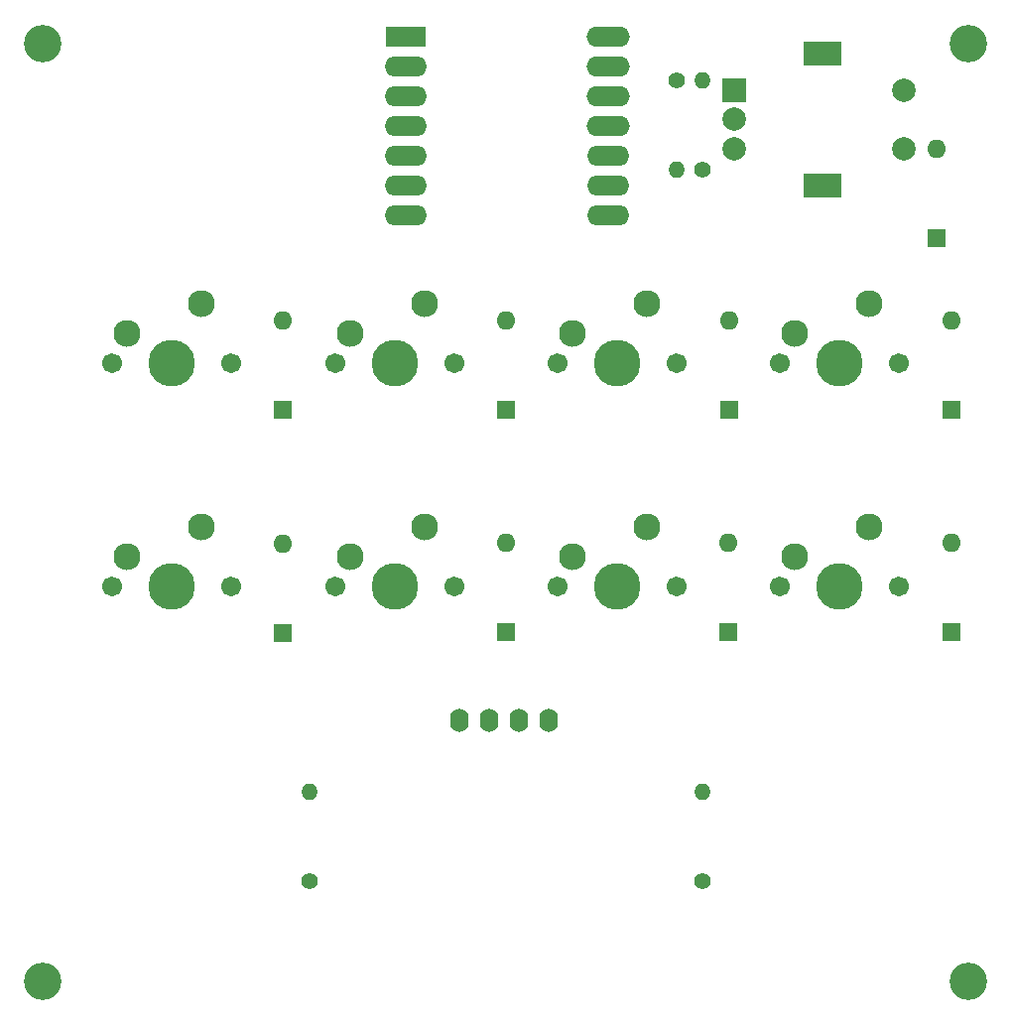
<source format=gbr>
%TF.GenerationSoftware,KiCad,Pcbnew,8.0.8*%
%TF.CreationDate,2025-02-15T23:13:22-05:00*%
%TF.ProjectId,Hackpad,4861636b-7061-4642-9e6b-696361645f70,rev?*%
%TF.SameCoordinates,Original*%
%TF.FileFunction,Soldermask,Bot*%
%TF.FilePolarity,Negative*%
%FSLAX46Y46*%
G04 Gerber Fmt 4.6, Leading zero omitted, Abs format (unit mm)*
G04 Created by KiCad (PCBNEW 8.0.8) date 2025-02-15 23:13:22*
%MOMM*%
%LPD*%
G01*
G04 APERTURE LIST*
%ADD10C,3.200000*%
%ADD11C,1.701800*%
%ADD12C,3.987800*%
%ADD13C,2.300000*%
%ADD14C,1.400000*%
%ADD15O,1.400000X1.400000*%
%ADD16R,2.000000X2.000000*%
%ADD17C,2.000000*%
%ADD18R,3.200000X2.000000*%
%ADD19R,3.500000X1.700000*%
%ADD20O,3.600000X1.700000*%
%ADD21O,3.700000X1.700000*%
%ADD22O,1.600000X2.000000*%
%ADD23R,1.600000X1.600000*%
%ADD24O,1.600000X1.600000*%
G04 APERTURE END LIST*
D10*
%TO.C,H2*%
X72500000Y-173750000D03*
%TD*%
%TO.C,H1*%
X72500000Y-93750000D03*
%TD*%
D11*
%TO.C,SW7*%
X78370000Y-140120000D03*
D12*
X83450000Y-140120000D03*
D11*
X88530000Y-140120000D03*
D13*
X79640000Y-137580000D03*
X85990000Y-135040000D03*
%TD*%
D14*
%TO.C,R3*%
X126580000Y-96880000D03*
D15*
X126580000Y-104500000D03*
%TD*%
D16*
%TO.C,SW13*%
X131500000Y-97750000D03*
D17*
X131500000Y-102750000D03*
X131500000Y-100250000D03*
D18*
X139000000Y-94650000D03*
X139000000Y-105850000D03*
D17*
X146000000Y-102750000D03*
X146000000Y-97750000D03*
%TD*%
D14*
%TO.C,R4*%
X128750000Y-104500000D03*
D15*
X128750000Y-96880000D03*
%TD*%
D19*
%TO.C,U1*%
X103464500Y-93192015D03*
D20*
X103464500Y-95732015D03*
X103464500Y-98272015D03*
X103464500Y-100812015D03*
X103464500Y-103352015D03*
X103464500Y-105892015D03*
X103464500Y-108432015D03*
X120714500Y-108432015D03*
X120714500Y-105892015D03*
X120714500Y-103352015D03*
D21*
X120714500Y-100812015D03*
X120714500Y-98272015D03*
X120714500Y-95732015D03*
X120714500Y-93192015D03*
%TD*%
D22*
%TO.C,Brd1*%
X108080000Y-151550000D03*
X110620000Y-151550000D03*
X113160000Y-151550000D03*
X115700000Y-151550000D03*
%TD*%
D11*
%TO.C,SW11*%
X116420000Y-140118050D03*
D12*
X121500000Y-140118050D03*
D11*
X126580000Y-140118050D03*
D13*
X117690000Y-137578050D03*
X124040000Y-135038050D03*
%TD*%
D11*
%TO.C,SW4*%
X135420000Y-121080000D03*
D12*
X140500000Y-121080000D03*
D11*
X145580000Y-121080000D03*
D13*
X136690000Y-118540000D03*
X143040000Y-116000000D03*
%TD*%
D23*
%TO.C,D6*%
X150040000Y-125000000D03*
D24*
X150040000Y-117380000D03*
%TD*%
D23*
%TO.C,D5*%
X131040000Y-125000000D03*
D24*
X131040000Y-117380000D03*
%TD*%
D23*
%TO.C,D10*%
X150000000Y-144000000D03*
D24*
X150000000Y-136380000D03*
%TD*%
D10*
%TO.C,H3*%
X151500000Y-93750000D03*
%TD*%
D11*
%TO.C,SW8*%
X135420000Y-140118050D03*
D12*
X140500000Y-140118050D03*
D11*
X145580000Y-140118050D03*
D13*
X136690000Y-137578050D03*
X143040000Y-135038050D03*
%TD*%
D11*
%TO.C,SW2*%
X97420000Y-121080000D03*
D12*
X102500000Y-121080000D03*
D11*
X107580000Y-121080000D03*
D13*
X98690000Y-118540000D03*
X105040000Y-116000000D03*
%TD*%
D11*
%TO.C,SW3*%
X116420000Y-121080000D03*
D12*
X121500000Y-121080000D03*
D11*
X126580000Y-121080000D03*
D13*
X117690000Y-118540000D03*
X124040000Y-116000000D03*
%TD*%
D10*
%TO.C,H4*%
X151500000Y-173750000D03*
%TD*%
D11*
%TO.C,SW10*%
X97420000Y-140118050D03*
D12*
X102500000Y-140118050D03*
D11*
X107580000Y-140118050D03*
D13*
X98690000Y-137578050D03*
X105040000Y-135038050D03*
%TD*%
D23*
%TO.C,D8*%
X92970000Y-125040000D03*
D24*
X92970000Y-117420000D03*
%TD*%
D14*
%TO.C,R1*%
X128800000Y-165200000D03*
D15*
X128800000Y-157580000D03*
%TD*%
D23*
%TO.C,D4*%
X112040000Y-125000000D03*
D24*
X112040000Y-117380000D03*
%TD*%
D11*
%TO.C,SW6*%
X78370000Y-121080000D03*
D12*
X83450000Y-121080000D03*
D11*
X88530000Y-121080000D03*
D13*
X79640000Y-118540000D03*
X85990000Y-116000000D03*
%TD*%
D23*
%TO.C,D12*%
X112000000Y-144000000D03*
D24*
X112000000Y-136380000D03*
%TD*%
D23*
%TO.C,D9*%
X92990000Y-144040000D03*
D24*
X92990000Y-136420000D03*
%TD*%
D14*
%TO.C,R2*%
X95250000Y-165200000D03*
D15*
X95250000Y-157580000D03*
%TD*%
D23*
%TO.C,D13*%
X131000000Y-144000000D03*
D24*
X131000000Y-136380000D03*
%TD*%
D23*
%TO.C,D14*%
X148750000Y-110370000D03*
D24*
X148750000Y-102750000D03*
%TD*%
M02*

</source>
